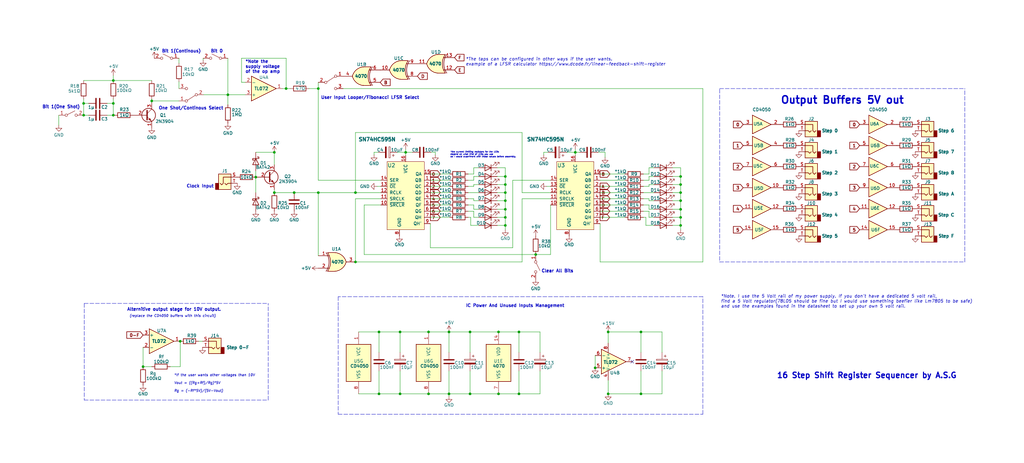
<source format=kicad_sch>
(kicad_sch (version 20211123) (generator eeschema)
  (paper "User" 419.989 189.992)
  (title_block (title "16 Step Shift Register Sequencer") (date "2023-05-18") (company "A.S.G"))
  (junction (at 58.674 150.368))
  (junction (at 130.556 36.322))
  (junction (at 155.448 136.144))
  (junction (at 207.264 78.994))
  (junction (at 249.428 161.544))
  (junction (at 46.482 33.02))
  (junction (at 62.23 41.402))
  (junction (at 112.522 62.484))
  (junction (at 175.768 161.544))
  (junction (at 130.556 78.994))
  (junction (at 279.146 92.456))
  (junction (at 279.146 82.296))
  (junction (at 155.448 161.544))
  (junction (at 207.264 75.692))
  (junction (at 279.146 75.692))
  (junction (at 207.264 72.39))
  (junction (at 262.89 161.544))
  (junction (at 279.146 72.39))
  (junction (at 34.29 42.418))
  (junction (at 34.29 47.244))
  (junction (at 164.084 161.544))
  (junction (at 112.522 78.994))
  (junction (at 207.264 82.296))
  (junction (at 249.428 136.144))
  (junction (at 192.786 136.144))
  (junction (at 279.146 89.154))
  (junction (at 204.47 161.544))
  (junction (at 262.89 136.144))
  (junction (at 46.482 42.418))
  (junction (at 244.094 150.876))
  (junction (at 104.902 72.644))
  (junction (at 164.084 136.144))
  (junction (at 166.37 62.484))
  (junction (at 120.65 78.994))
  (junction (at 46.482 47.244))
  (junction (at 279.146 78.994))
  (junction (at 175.768 136.144))
  (junction (at 207.264 89.154))
  (junction (at 219.71 104.394))
  (junction (at 235.966 62.484))
  (junction (at 145.796 78.994))
  (junction (at 184.15 136.144))
  (junction (at 207.264 85.852))
  (junction (at 212.852 161.544))
  (junction (at 145.796 107.442))
  (junction (at 117.348 36.322))
  (junction (at 73.914 139.954))
  (junction (at 204.47 136.144))
  (junction (at 207.264 92.456))
  (junction (at 192.786 161.544))
  (junction (at 184.15 161.544))
  (junction (at 279.146 85.852))
  (junction (at 93.472 38.862))
  (junction (at 212.852 136.144))
  (no_connect (at 259.334 148.336))
  (wire (pts (xy 104.902 72.644) (xy 104.902 78.994)))
  (wire (pts (xy 279.146 68.834) (xy 279.146 72.39)))
  (wire (pts (xy 112.522 78.994) (xy 112.522 77.724)))
  (wire (pts (xy 246.126 86.614) (xy 256.286 86.614)))
  (wire (pts (xy 166.37 62.484) (xy 166.37 63.754)))
  (polyline (pts (xy 34.544 124.46) (xy 109.982 124.46)))
  (wire (pts (xy 130.556 36.322) (xy 130.556 73.914)))
  (wire (pts (xy 184.15 136.144) (xy 184.15 144.526)))
  (wire (pts (xy 212.852 136.144) (xy 221.488 136.144)))
  (wire (pts (xy 266.192 81.534) (xy 266.192 82.296)))
  (wire (pts (xy 130.556 73.914) (xy 156.21 73.914)))
  (wire (pts (xy 140.716 36.322) (xy 288.29 36.322)))
  (wire (pts (xy 194.31 73.914) (xy 192.024 73.914)))
  (wire (pts (xy 192.786 136.144) (xy 204.47 136.144)))
  (wire (pts (xy 156.21 76.454) (xy 154.686 76.454)))
  (wire (pts (xy 279.146 92.456) (xy 275.844 92.456)))
  (wire (pts (xy 262.89 136.144) (xy 262.89 144.526)))
  (wire (pts (xy 214.122 78.994) (xy 214.122 54.356)))
  (wire (pts (xy 275.844 68.834) (xy 279.146 68.834)))
  (polyline (pts (xy 138.684 121.666) (xy 138.684 125.222)))
  (wire (pts (xy 184.15 152.146) (xy 184.15 161.544)))
  (wire (pts (xy 275.844 78.994) (xy 279.146 78.994)))
  (wire (pts (xy 58.674 150.368) (xy 58.674 142.494)))
  (wire (pts (xy 34.29 47.244) (xy 36.322 47.244)))
  (wire (pts (xy 175.768 161.544) (xy 184.15 161.544)))
  (wire (pts (xy 207.264 72.39) (xy 207.264 75.692)))
  (wire (pts (xy 194.31 68.834) (xy 196.342 68.834)))
  (wire (pts (xy 212.852 152.146) (xy 212.852 161.544)))
  (wire (pts (xy 155.448 152.146) (xy 155.448 161.544)))
  (wire (pts (xy 266.192 89.154) (xy 268.224 89.154)))
  (wire (pts (xy 192.024 86.614) (xy 194.31 86.614)))
  (polyline (pts (xy 295.148 36.322) (xy 395.732 36.322)))
  (wire (pts (xy 192.024 84.074) (xy 194.31 84.074)))
  (wire (pts (xy 194.31 84.074) (xy 194.31 85.852)))
  (wire (pts (xy 62.23 40.64) (xy 62.23 41.402)))
  (wire (pts (xy 176.53 86.614) (xy 184.404 86.614)))
  (wire (pts (xy 99.06 23.876) (xy 99.06 33.782)))
  (wire (pts (xy 176.53 101.6) (xy 210.312 101.6)))
  (wire (pts (xy 176.53 76.454) (xy 184.404 76.454)))
  (wire (pts (xy 164.084 161.544) (xy 164.084 152.146)))
  (polyline (pts (xy 395.732 107.442) (xy 395.732 36.322)))
  (polyline (pts (xy 34.544 124.46) (xy 34.544 164.084)))
  (wire (pts (xy 149.352 84.074) (xy 156.21 84.074)))
  (wire (pts (xy 221.488 144.526) (xy 221.488 136.144)))
  (wire (pts (xy 235.966 61.214) (xy 235.966 62.484)))
  (wire (pts (xy 203.962 78.994) (xy 207.264 78.994)))
  (wire (pts (xy 219.71 104.394) (xy 225.806 104.394)))
  (wire (pts (xy 178.562 62.484) (xy 176.784 62.484)))
  (wire (pts (xy 46.482 42.418) (xy 46.482 47.244)))
  (wire (pts (xy 212.852 136.144) (xy 212.852 144.526)))
  (wire (pts (xy 130.556 78.994) (xy 145.796 78.994)))
  (wire (pts (xy 24.13 47.244) (xy 24.13 51.308)))
  (wire (pts (xy 130.556 33.782) (xy 130.556 36.322)))
  (wire (pts (xy 266.192 86.614) (xy 266.192 89.154)))
  (wire (pts (xy 271.526 144.526) (xy 271.526 136.144)))
  (wire (pts (xy 184.15 161.544) (xy 184.15 162.56)))
  (polyline (pts (xy 288.29 169.926) (xy 288.29 121.666)))
  (wire (pts (xy 126.746 36.322) (xy 130.556 36.322)))
  (wire (pts (xy 204.47 161.544) (xy 212.852 161.544)))
  (wire (pts (xy 184.15 136.144) (xy 192.786 136.144)))
  (wire (pts (xy 194.31 82.296) (xy 196.342 82.296)))
  (wire (pts (xy 194.31 81.534) (xy 194.31 82.296)))
  (wire (pts (xy 147.066 161.544) (xy 155.448 161.544)))
  (wire (pts (xy 263.906 84.074) (xy 266.192 84.074)))
  (wire (pts (xy 203.962 68.834) (xy 207.264 68.834)))
  (wire (pts (xy 43.942 42.418) (xy 46.482 42.418)))
  (wire (pts (xy 194.31 72.39) (xy 194.31 73.914)))
  (wire (pts (xy 249.428 140.716) (xy 249.428 136.144)))
  (wire (pts (xy 266.192 71.374) (xy 266.192 68.834)))
  (wire (pts (xy 207.264 92.456) (xy 207.264 94.234)))
  (wire (pts (xy 46.482 33.02) (xy 62.23 33.02)))
  (wire (pts (xy 288.29 36.322) (xy 288.29 107.442)))
  (wire (pts (xy 268.224 72.39) (xy 266.192 72.39)))
  (wire (pts (xy 155.448 136.144) (xy 164.084 136.144)))
  (wire (pts (xy 246.126 107.442) (xy 246.126 91.694)))
  (wire (pts (xy 100.584 33.782) (xy 99.06 33.782)))
  (wire (pts (xy 192.024 71.374) (xy 194.31 71.374)))
  (wire (pts (xy 279.146 89.154) (xy 279.146 92.456)))
  (wire (pts (xy 120.65 78.994) (xy 130.556 78.994)))
  (wire (pts (xy 279.146 78.994) (xy 279.146 82.296)))
  (wire (pts (xy 244.094 145.796) (xy 244.094 150.876)))
  (wire (pts (xy 149.352 104.394) (xy 219.71 104.394)))
  (wire (pts (xy 192.024 81.534) (xy 194.31 81.534)))
  (polyline (pts (xy 109.982 164.084) (xy 109.982 124.46)))
  (wire (pts (xy 246.126 107.442) (xy 288.29 107.442)))
  (wire (pts (xy 246.126 81.534) (xy 256.286 81.534)))
  (wire (pts (xy 164.084 161.544) (xy 175.768 161.544)))
  (wire (pts (xy 207.264 68.834) (xy 207.264 72.39)))
  (wire (pts (xy 249.428 161.544) (xy 262.89 161.544)))
  (wire (pts (xy 93.472 23.876) (xy 93.472 38.862)))
  (wire (pts (xy 266.192 72.39) (xy 266.192 73.914)))
  (wire (pts (xy 194.31 85.852) (xy 196.342 85.852)))
  (wire (pts (xy 266.192 76.454) (xy 263.906 76.454)))
  (wire (pts (xy 203.962 82.296) (xy 207.264 82.296)))
  (wire (pts (xy 235.966 62.484) (xy 235.966 63.754)))
  (wire (pts (xy 266.192 73.914) (xy 263.906 73.914)))
  (wire (pts (xy 175.768 136.144) (xy 184.15 136.144)))
  (wire (pts (xy 169.164 62.484) (xy 166.37 62.484)))
  (polyline (pts (xy 34.544 164.084) (xy 109.982 164.084)))
  (wire (pts (xy 248.158 64.516) (xy 248.158 62.484)))
  (wire (pts (xy 207.264 85.852) (xy 207.264 89.154)))
  (wire (pts (xy 112.522 62.484) (xy 112.522 67.564)))
  (wire (pts (xy 203.962 75.692) (xy 207.264 75.692)))
  (wire (pts (xy 266.192 84.074) (xy 266.192 85.852)))
  (wire (pts (xy 178.562 63.5) (xy 178.562 62.484)))
  (wire (pts (xy 147.066 136.144) (xy 155.448 136.144)))
  (wire (pts (xy 36.322 42.418) (xy 34.29 42.418)))
  (wire (pts (xy 194.31 75.692) (xy 194.31 76.454)))
  (wire (pts (xy 246.126 73.914) (xy 256.286 73.914)))
  (wire (pts (xy 275.844 72.39) (xy 279.146 72.39)))
  (wire (pts (xy 264.922 89.154) (xy 264.922 92.456)))
  (wire (pts (xy 73.406 33.528) (xy 73.406 36.322)))
  (wire (pts (xy 162.814 62.484) (xy 166.37 62.484)))
  (wire (pts (xy 194.31 86.614) (xy 194.31 89.154)))
  (wire (pts (xy 266.192 82.296) (xy 268.224 82.296)))
  (wire (pts (xy 262.89 136.144) (xy 271.526 136.144)))
  (wire (pts (xy 246.126 78.994) (xy 256.286 78.994)))
  (wire (pts (xy 223.012 63.5) (xy 223.012 62.484)))
  (wire (pts (xy 155.448 136.144) (xy 155.448 144.526)))
  (wire (pts (xy 207.264 75.692) (xy 207.264 78.994)))
  (wire (pts (xy 268.224 75.692) (xy 266.192 75.692)))
  (wire (pts (xy 275.844 89.154) (xy 279.146 89.154)))
  (wire (pts (xy 279.146 82.296) (xy 279.146 85.852)))
  (wire (pts (xy 46.482 30.988) (xy 46.482 33.02)))
  (wire (pts (xy 193.04 92.456) (xy 196.342 92.456)))
  (wire (pts (xy 83.566 38.862) (xy 93.472 38.862)))
  (wire (pts (xy 192.024 89.154) (xy 193.04 89.154)))
  (wire (pts (xy 204.47 136.144) (xy 212.852 136.144)))
  (wire (pts (xy 203.962 85.852) (xy 207.264 85.852)))
  (wire (pts (xy 145.796 81.534) (xy 145.796 107.442)))
  (wire (pts (xy 192.786 161.544) (xy 204.47 161.544)))
  (wire (pts (xy 196.342 75.692) (xy 194.31 75.692)))
  (wire (pts (xy 225.806 104.394) (xy 225.806 84.074)))
  (wire (pts (xy 166.37 61.214) (xy 166.37 62.484)))
  (wire (pts (xy 81.534 139.954) (xy 83.058 139.954)))
  (wire (pts (xy 207.264 82.296) (xy 207.264 85.852)))
  (wire (pts (xy 176.53 71.374) (xy 184.404 71.374)))
  (wire (pts (xy 43.942 47.244) (xy 46.482 47.244)))
  (wire (pts (xy 192.024 78.994) (xy 196.342 78.994)))
  (wire (pts (xy 279.146 75.692) (xy 279.146 78.994)))
  (wire (pts (xy 176.53 89.154) (xy 184.404 89.154)))
  (wire (pts (xy 34.29 42.418) (xy 34.29 47.244)))
  (wire (pts (xy 210.312 73.914) (xy 225.806 73.914)))
  (wire (pts (xy 262.89 161.544) (xy 271.526 161.544)))
  (wire (pts (xy 153.416 62.484) (xy 155.194 62.484)))
  (wire (pts (xy 263.906 71.374) (xy 266.192 71.374)))
  (wire (pts (xy 246.126 84.074) (xy 256.286 84.074)))
  (wire (pts (xy 104.902 70.104) (xy 104.902 72.644)))
  (wire (pts (xy 194.31 89.154) (xy 196.342 89.154)))
  (wire (pts (xy 176.53 78.994) (xy 184.404 78.994)))
  (wire (pts (xy 69.85 150.368) (xy 73.914 150.368)))
  (wire (pts (xy 46.482 33.02) (xy 34.29 33.02)))
  (wire (pts (xy 225.806 78.994) (xy 214.122 78.994)))
  (wire (pts (xy 192.786 161.544) (xy 192.786 152.146)))
  (wire (pts (xy 266.192 75.692) (xy 266.192 76.454)))
  (wire (pts (xy 263.906 89.154) (xy 264.922 89.154)))
  (polyline (pts (xy 288.29 121.666) (xy 138.684 121.666)))
  (wire (pts (xy 104.902 62.484) (xy 112.522 62.484)))
  (wire (pts (xy 145.796 78.994) (xy 156.21 78.994)))
  (wire (pts (xy 145.796 107.442) (xy 214.122 107.442)))
  (wire (pts (xy 232.41 62.484) (xy 235.966 62.484)))
  (wire (pts (xy 279.146 72.39) (xy 279.146 75.692)))
  (wire (pts (xy 192.786 144.526) (xy 192.786 136.144)))
  (wire (pts (xy 263.906 86.614) (xy 266.192 86.614)))
  (wire (pts (xy 99.06 23.876) (xy 117.348 23.876)))
  (wire (pts (xy 207.264 78.994) (xy 207.264 82.296)))
  (wire (pts (xy 73.914 150.368) (xy 73.914 139.954)))
  (wire (pts (xy 176.53 73.914) (xy 184.404 73.914)))
  (wire (pts (xy 145.796 54.356) (xy 214.122 54.356)))
  (polyline (pts (xy 295.148 107.442) (xy 395.732 107.442)))
  (wire (pts (xy 207.264 92.456) (xy 203.962 92.456)))
  (wire (pts (xy 237.744 62.484) (xy 235.966 62.484)))
  (wire (pts (xy 279.146 85.852) (xy 279.146 89.154)))
  (wire (pts (xy 193.04 89.154) (xy 193.04 92.456)))
  (wire (pts (xy 196.342 72.39) (xy 194.31 72.39)))
  (polyline (pts (xy 295.148 36.576) (xy 295.148 107.442)))
  (wire (pts (xy 155.448 161.544) (xy 164.084 161.544)))
  (wire (pts (xy 203.962 89.154) (xy 207.264 89.154)))
  (wire (pts (xy 62.23 41.402) (xy 73.406 41.402)))
  (wire (pts (xy 214.122 107.442) (xy 214.122 81.534)))
  (wire (pts (xy 248.158 62.484) (xy 245.364 62.484)))
  (wire (pts (xy 46.482 47.244) (xy 46.99 47.244)))
  (wire (pts (xy 115.824 36.322) (xy 117.348 36.322)))
  (wire (pts (xy 117.348 36.322) (xy 119.126 36.322)))
  (wire (pts (xy 212.852 161.544) (xy 221.488 161.544)))
  (wire (pts (xy 214.122 81.534) (xy 225.806 81.534)))
  (wire (pts (xy 246.126 89.154) (xy 256.286 89.154)))
  (wire (pts (xy 184.15 161.544) (xy 192.786 161.544)))
  (polyline (pts (xy 138.684 125.476) (xy 138.684 169.926)))
  (wire (pts (xy 176.53 84.074) (xy 184.404 84.074)))
  (wire (pts (xy 176.53 101.6) (xy 176.53 91.694)))
  (wire (pts (xy 271.526 161.544) (xy 271.526 152.146)))
  (wire (pts (xy 223.012 62.484) (xy 224.79 62.484)))
  (wire (pts (xy 246.126 76.454) (xy 256.286 76.454)))
  (wire (pts (xy 263.906 81.534) (xy 266.192 81.534)))
  (wire (pts (xy 275.844 85.852) (xy 279.146 85.852)))
  (wire (pts (xy 221.488 161.544) (xy 221.488 152.146)))
  (wire (pts (xy 262.89 152.146) (xy 262.89 161.544)))
  (wire (pts (xy 176.53 81.534) (xy 184.404 81.534)))
  (wire (pts (xy 112.522 78.994) (xy 120.65 78.994)))
  (wire (pts (xy 149.352 84.074) (xy 149.352 104.394)))
  (wire (pts (xy 93.472 38.862) (xy 100.584 38.862)))
  (wire (pts (xy 175.768 135.636) (xy 175.768 136.144)))
  (wire (pts (xy 153.416 63.5) (xy 153.416 62.484)))
  (wire (pts (xy 46.482 40.64) (xy 46.482 42.418)))
  (wire (pts (xy 225.806 76.454) (xy 224.282 76.454)))
  (wire (pts (xy 246.126 71.374) (xy 256.286 71.374)))
  (wire (pts (xy 73.406 23.876) (xy 73.406 25.908)))
  (wire (pts (xy 263.906 78.994) (xy 268.224 78.994)))
  (wire (pts (xy 249.428 155.956) (xy 249.428 161.544)))
  (wire (pts (xy 264.922 92.456) (xy 268.224 92.456)))
  (wire (pts (xy 62.23 41.402) (xy 62.23 42.164)))
  (polyline (pts (xy 138.684 169.926) (xy 288.29 169.926)))
  (wire (pts (xy 145.796 54.356) (xy 145.796 78.994)))
  (wire (pts (xy 164.084 144.526) (xy 164.084 136.144)))
  (wire (pts (xy 266.192 85.852) (xy 268.224 85.852)))
  (wire (pts (xy 266.192 68.834) (xy 268.224 68.834)))
  (wire (pts (xy 279.146 92.456) (xy 279.146 94.234)))
  (wire (pts (xy 207.264 89.154) (xy 207.264 92.456)))
  (wire (pts (xy 156.21 81.534) (xy 145.796 81.534)))
  (wire (pts (xy 93.472 38.862) (xy 93.472 42.926)))
  (wire (pts (xy 83.312 23.876) (xy 83.312 24.638)))
  (wire (pts (xy 249.428 136.144) (xy 262.89 136.144)))
  (wire (pts (xy 210.312 101.6) (xy 210.312 73.914)))
  (wire (pts (xy 34.29 40.64) (xy 34.29 42.418)))
  (wire (pts (xy 275.844 75.692) (xy 279.146 75.692)))
  (wire (pts (xy 62.23 150.368) (xy 58.674 150.368)))
  (wire (pts (xy 164.084 136.144) (xy 175.768 136.144)))
  (wire (pts (xy 203.962 72.39) (xy 207.264 72.39)))
  (wire (pts (xy 130.556 78.994) (xy 130.556 104.902)))
  (wire (pts (xy 117.348 23.876) (xy 117.348 36.322)))
  (wire (pts (xy 194.31 76.454) (xy 192.024 76.454)))
  (wire (pts (xy 275.844 82.296) (xy 279.146 82.296)))
  (wire (pts (xy 194.31 71.374) (xy 194.31 68.834)))
  (text "Bit 0" (at 86.36 21.844 0) (effects (font (size 1.27 1.27) (thickness 0.254) bold) (justify left bottom)))
  (text "(replace the CD4050 buffers with this circuit)\n" (at 53.086 130.302 0) (effects (font (size 1 1) italic) (justify left bottom)))
  (text "16 Step Shift Register Sequencer by A.S.G" (at 318.516 155.448 0) (effects (font (size 2.2606 2.2606) (thickness 0.4521) bold) (justify left bottom)))
  (text "Clear All Bits" (at 221.996 112.014 0) (effects (font (size 1.27 1.27) (thickness 0.254) bold) (justify left bottom)))
  (text "*The taps can be configured in other ways if the user wants.\nexample of a LFSR calculator https://www.dcode.fr/linear-feedback-shift-register" (at 191.008 27.178 0) (effects (font (size 1.27 1.27) italic) (justify left bottom)))
  (text "Alternitive output stage for 10V output." (at 52.07 127.762 0) (effects (font (size 1.27 1.27) (thickness 0.254) bold) (justify left bottom)))
  (text "IC Power And Unused Inputs Management" (at 191.008 126.238 0) (effects (font (size 1.27 1.27) (thickness 0.254) bold) (justify left bottom)))
  (text "Clock Input" (at 76.454 77.216 0) (effects (font (size 1.27 1.27) bold) (justify left bottom)))
  (text "User Input Looper/Fibonacci LFSR Select" (at 131.572 40.894 0) (effects (font (size 1.27 1.27) (thickness 0.254) bold) (justify left bottom)))
  (text "Output Buffers 5V out" (at 320.04 42.926 0) (effects (font (size 3 3) bold) (justify left bottom)))
  (text "*the current limiting resistors for the LEDs \ndepend on what kind of LEDs you use \nso I would experiment with those values before assembly." (at 184.658 64.77 0) (effects (font (size 0.6 0.6) italic) (justify left bottom)))
  (text "One Shot/Continous Select" (at 65.024 45.212 0) (effects (font (size 1.27 1.27) (thickness 0.254) bold) (justify left bottom)))
  (text "Bit 1(One Shot)" (at 17.272 44.704 0) (effects (font (size 1.27 1.27) (thickness 0.254) bold) (justify left bottom)))
  (text "Bit 1(Continous)" (at 66.294 21.844 0) (effects (font (size 1.27 1.27) (thickness 0.254) bold) (justify left bottom)))
  (text "*If the user wants other voltages than 10V\n\nVout = ((Rg+Rf)/Rg)*5V\n\nRg = (-Rf*5V)/(5V-Vout)" (at 71.374 161.036 0) (effects (font (size 1 1) italic) (justify left bottom)))
  (text "*Note the \nsupply voltage \nof the op amp" (at 100.584 30.226 0) (effects (font (size 1.27 1.27) bold) (justify left bottom)))
  (text "*Note. I use the 5 Volt rail of my power supply. If you don't have a dedicated 5 volt rail, \nfind a 5 Volt regulator(78L05 should be fine but I would use something beefier like Lm7805 to be safe)\nand use the examples found in the datasheet to set up your own 5 volt rail." (at 295.656 126.492 0) (effects (font (size 1.27 1.27) italic) (justify left bottom)))
  (global_label "2" (shape output) (at 176.5587 76.454 0) (effects (font (thickness 0.254) bold)) (property "Intersheet References" "${INTERSHEET_REFS}" (effects hide)))
  (global_label "8" (shape output) (at 246.126 71.374 0) (effects (font (thickness 0.254) bold)) (property "Intersheet References" "${INTERSHEET_REFS}" (effects hide)))
  (global_label "2" (shape input) (at 352.552 68.326 180) (effects (font (thickness 0.254) bold)) (property "Intersheet References" "${INTERSHEET_REFS}" (effects hide)))
  (global_label "0" (shape output) (at 176.53 71.374 0) (effects (font (thickness 0.254) bold)) (property "Intersheet References" "${INTERSHEET_REFS}" (effects hide)))
  (global_label "1" (shape output) (at 176.5587 73.914 0) (effects (font (thickness 0.254) bold)) (property "Intersheet References" "${INTERSHEET_REFS}" (effects hide)))
  (global_label "D" (shape output) (at 246.126 84.074 0) (effects (font (thickness 0.254) bold)) (property "Intersheet References" "${INTERSHEET_REFS}" (effects hide)))
  (global_label "4" (shape input) (at 304.8 85.598 180) (effects (font (thickness 0.254) bold)) (property "Intersheet References" "${INTERSHEET_REFS}" (effects hide)))
  (global_label "0" (shape input) (at 304.8 51.054 180) (effects (font (thickness 0.254) bold)) (property "Intersheet References" "${INTERSHEET_REFS}" (effects hide)))
  (global_label "4" (shape input) (at 352.552 85.598 180) (effects (font (thickness 0.254) bold)) (property "Intersheet References" "${INTERSHEET_REFS}" (effects hide)))
  (global_label "B" (shape output) (at 246.126 78.994 0) (effects (font (thickness 0.254) bold)) (property "Intersheet References" "${INTERSHEET_REFS}" (effects hide)))
  (global_label "7" (shape output) (at 176.53 89.154 0) (effects (font (thickness 0.254) bold)) (property "Intersheet References" "${INTERSHEET_REFS}" (effects hide)))
  (global_label "E" (shape input) (at 186.436 28.702 0) (effects (font (thickness 0.254) bold)) (property "Intersheet References" "${INTERSHEET_REFS}" (effects hide)))
  (global_label "2" (shape input) (at 304.8 68.326 180) (effects (font (thickness 0.254) bold)) (property "Intersheet References" "${INTERSHEET_REFS}" (effects hide)))
  (global_label "3" (shape input) (at 352.552 76.962 180) (effects (font (thickness 0.254) bold)) (property "Intersheet References" "${INTERSHEET_REFS}" (effects hide)))
  (global_label "D" (shape input) (at 171.196 31.242 0) (effects (font (thickness 0.254) bold)) (property "Intersheet References" "${INTERSHEET_REFS}" (effects hide)))
  (global_label "0" (shape input) (at 352.552 51.054 180) (effects (font (thickness 0.254) bold)) (property "Intersheet References" "${INTERSHEET_REFS}" (effects hide)))
  (global_label "1" (shape input) (at 352.552 59.69 180) (effects (font (thickness 0.254) bold)) (property "Intersheet References" "${INTERSHEET_REFS}" (effects hide)))
  (global_label "5" (shape input) (at 352.552 94.234 180) (effects (font (thickness 0.254) bold)) (property "Intersheet References" "${INTERSHEET_REFS}" (effects hide)))
  (global_label "F" (shape output) (at 246.126 89.154 0) (effects (font (thickness 0.254) bold)) (property "Intersheet References" "${INTERSHEET_REFS}" (effects hide)))
  (global_label "C" (shape output) (at 246.126 81.534 0) (effects (font (thickness 0.254) bold)) (property "Intersheet References" "${INTERSHEET_REFS}" (effects hide)))
  (global_label "F" (shape input) (at 186.436 23.622 0) (effects (font (thickness 0.254) bold)) (property "Intersheet References" "${INTERSHEET_REFS}" (effects hide)))
  (global_label "1" (shape input) (at 304.8 59.69 180) (effects (font (thickness 0.254) bold)) (property "Intersheet References" "${INTERSHEET_REFS}" (effects hide)))
  (global_label "5" (shape input) (at 304.8 94.234 180) (effects (font (thickness 0.254) bold)) (property "Intersheet References" "${INTERSHEET_REFS}" (effects hide)))
  (global_label "E" (shape output) (at 246.126 86.614 0) (effects (font (thickness 0.254) bold)) (property "Intersheet References" "${INTERSHEET_REFS}" (effects hide)))
  (global_label "0-F" (shape input) (at 58.674 137.414 180) (effects (font (thickness 0.254) bold)) (property "Intersheet References" "${INTERSHEET_REFS}" (effects hide)))
  (global_label "5" (shape output) (at 176.5587 84.074 0) (effects (font (thickness 0.254) bold)) (property "Intersheet References" "${INTERSHEET_REFS}" (effects hide)))
  (global_label "4" (shape output) (at 176.5587 81.534 0) (effects (font (thickness 0.254) bold)) (property "Intersheet References" "${INTERSHEET_REFS}" (effects hide)))
  (global_label "A" (shape output) (at 246.126 76.454 0) (effects (font (thickness 0.254) bold)) (property "Intersheet References" "${INTERSHEET_REFS}" (effects hide)))
  (global_label "6" (shape output) (at 176.5587 86.614 0) (effects (font (thickness 0.254) bold)) (property "Intersheet References" "${INTERSHEET_REFS}" (effects hide)))
  (global_label "3" (shape input) (at 304.8 76.962 180) (effects (font (thickness 0.254) bold)) (property "Intersheet References" "${INTERSHEET_REFS}" (effects hide)))
  (global_label "B" (shape input) (at 155.956 33.782 0) (effects (font (thickness 0.254) bold)) (property "Intersheet References" "${INTERSHEET_REFS}" (effects hide)))
  (global_label "3" (shape output) (at 176.5587 78.994 0) (effects (font (thickness 0.254) bold)) (property "Intersheet References" "${INTERSHEET_REFS}" (effects hide)))
  (symbol (lib_id "Eurorack---ShiftRegister-rescue:SN74HC595N-dk_Logic-Shift-Registers") (at 171.45 81.534 0) (unit 1)
    (property "Reference" "U2" (at 160.528 67.818 0) (effects (font (size 1.524 1.524))))
    (property "Value" "SN74HC595N" (at 154.686 57.15 0) (effects (font (size 1.524 1.524) bold)))
    (property "Footprint" "Package_DIP:DIP-16_W7.62mm_Socket" (effects hide))
    (property "Datasheet" "http://www.ti.com/general/docs/suppproductinfo.tsp?distId=10&gotoUrl=http%3A%2F%2Fwww.ti.com%2Flit%2Fgpn%2Fsn74hc595" (effects hide))
    (property "Digi-Key_PN" "296-1600-5-ND" (effects hide))
    (property "MPN" "SN74HC595N" (effects hide))
    (property "Category" "Integrated Circuits (ICs)" (effects hide))
    (property "Family" "Logic - Shift Registers" (effects hide))
    (property "DK_Datasheet_Link" "http://www.ti.com/general/docs/suppproductinfo.tsp?distId=10&gotoUrl=http%3A%2F%2Fwww.ti.com%2Flit%2Fgpn%2Fsn74hc595" (effects hide))
    (property "DK_Detail_Page" "/product-detail/en/texas-instruments/SN74HC595N/296-1600-5-ND/277246" (effects hide))
    (property "Description" "IC 8-BIT SHIFT REGISTER 16-DIP" (effects hide))
    (property "Manufacturer" "Texas Instruments" (effects hide))
    (property "Status" "Active" (effects hide))
  )
  (symbol (lib_id "Device:R") (at 188.214 71.374 270) (unit 1)
    (property "Reference" "R1" (at 188.214 71.374 90))
    (property "Value" "*1kΩ" (at 182.626 70.358 90))
    (property "Footprint" "Resistor_THT:R_Axial_DIN0207_L6.3mm_D2.5mm_P7.62mm_Horizontal" (effects hide))
  )
  (symbol (lib_id "Device:LED") (at 200.152 78.994 180) (unit 1)
    (property "Reference" "D6" (at 197.358 77.978 0))
    (property "Value" "LED" (effects hide))
    (property "Footprint" "LED_THT:LED_D3.0mm" (effects hide))
  )
  (symbol (lib_id "Device:R") (at 188.214 73.914 270) (unit 1)
    (property "Reference" "R2" (at 188.214 73.914 90))
    (property "Value" "*1kΩ" (at 182.626 72.898 90))
    (property "Footprint" "Resistor_THT:R_Axial_DIN0207_L6.3mm_D2.5mm_P7.62mm_Horizontal" (effects hide))
  )
  (symbol (lib_id "Device:R") (at 188.214 76.454 270) (unit 1)
    (property "Reference" "R3" (at 188.214 76.454 90))
    (property "Value" "*1kΩ" (at 182.626 75.438 90))
    (property "Footprint" "Resistor_THT:R_Axial_DIN0207_L6.3mm_D2.5mm_P7.62mm_Horizontal" (effects hide))
  )
  (symbol (lib_id "Device:R") (at 188.214 78.994 270) (unit 1)
    (property "Reference" "R4" (at 188.214 78.994 90))
    (property "Value" "*1kΩ" (at 182.626 77.978 90))
    (property "Footprint" "Resistor_THT:R_Axial_DIN0207_L6.3mm_D2.5mm_P7.62mm_Horizontal" (effects hide))
  )
  (symbol (lib_id "Device:R") (at 188.214 81.534 270) (unit 1)
    (property "Reference" "R5" (at 188.214 81.534 90))
    (property "Value" "*1kΩ" (at 182.626 80.518 90))
    (property "Footprint" "Resistor_THT:R_Axial_DIN0207_L6.3mm_D2.5mm_P7.62mm_Horizontal" (effects hide))
  )
  (symbol (lib_id "Device:R") (at 188.214 84.074 270) (unit 1)
    (property "Reference" "R6" (at 188.214 84.074 90))
    (property "Value" "*1kΩ" (at 182.626 83.058 90))
    (property "Footprint" "Resistor_THT:R_Axial_DIN0207_L6.3mm_D2.5mm_P7.62mm_Horizontal" (effects hide))
  )
  (symbol (lib_id "Device:R") (at 188.214 86.614 270) (unit 1)
    (property "Reference" "R7" (at 188.214 86.614 90))
    (property "Value" "*1kΩ" (at 182.626 85.598 90))
    (property "Footprint" "Resistor_THT:R_Axial_DIN0207_L6.3mm_D2.5mm_P7.62mm_Horizontal" (effects hide))
  )
  (symbol (lib_id "Device:R") (at 188.214 89.154 270) (unit 1)
    (property "Reference" "R8" (at 188.214 89.154 90))
    (property "Value" "*1kΩ" (at 182.626 88.138 90))
    (property "Footprint" "Resistor_THT:R_Axial_DIN0207_L6.3mm_D2.5mm_P7.62mm_Horizontal" (effects hide))
  )
  (symbol (lib_id "Device:LED") (at 200.152 75.692 180) (unit 1)
    (property "Reference" "D5" (at 197.358 74.676 0))
    (property "Value" "LED" (effects hide))
    (property "Footprint" "LED_THT:LED_D3.0mm" (effects hide))
  )
  (symbol (lib_id "Device:LED") (at 200.152 72.39 180) (unit 1)
    (property "Reference" "D4" (at 197.358 71.374 0))
    (property "Value" "LED" (effects hide))
    (property "Footprint" "LED_THT:LED_D3.0mm" (effects hide))
  )
  (symbol (lib_id "Device:LED") (at 200.152 68.834 180) (unit 1)
    (property "Reference" "D3" (at 197.358 67.818 0))
    (property "Value" "LED" (effects hide))
    (property "Footprint" "LED_THT:LED_D3.0mm" (effects hide))
  )
  (symbol (lib_id "Device:LED") (at 200.152 92.456 180) (unit 1)
    (property "Reference" "D10" (at 197.358 91.44 0))
    (property "Value" "LED" (effects hide))
    (property "Footprint" "LED_THT:LED_D3.0mm" (effects hide))
  )
  (symbol (lib_id "Device:LED") (at 200.152 89.154 180) (unit 1)
    (property "Reference" "D9" (at 197.358 88.138 0))
    (property "Value" "LED" (effects hide))
    (property "Footprint" "LED_THT:LED_D3.0mm" (effects hide))
  )
  (symbol (lib_id "Device:LED") (at 200.152 85.852 180) (unit 1)
    (property "Reference" "D8" (at 197.358 84.836 0))
    (property "Value" "LED" (effects hide))
    (property "Footprint" "LED_THT:LED_D3.0mm" (effects hide))
  )
  (symbol (lib_id "Device:LED") (at 200.152 82.296 180) (unit 1)
    (property "Reference" "D7" (at 197.358 81.28 0))
    (property "Value" "LED" (effects hide))
    (property "Footprint" "LED_THT:LED_D3.0mm" (effects hide))
  )
  (symbol (lib_id "Switch:SW_SPST") (at 29.21 47.244 0) (unit 1)
    (property "Reference" "Bit1" (effects hide))
    (property "Value" "SW_SPST" (effects hide))
    (property "Footprint" "Button_Switch_THT:SW_PUSH_6mm_H5mm" (effects hide))
  )
  (symbol (lib_id "Switch:SW_SPST") (at 88.392 23.876 0) (mirror y) (unit 1)
    (property "Reference" "Bit0" (effects hide))
    (property "Value" "SW_SPST" (effects hide))
    (property "Footprint" "Button_Switch_THT:SW_PUSH_6mm_H5mm" (effects hide))
  )
  (symbol (lib_id "power:GND") (at 83.312 24.638 0) (unit 1)
    (property "Reference" "#PWR03" (effects hide))
    (property "Value" "GND" (at 83.312 28.448 0))
  )
  (symbol (lib_id "power:+5V") (at 46.482 30.988 0) (unit 1)
    (property "Reference" "#PWR02" (effects hide))
    (property "Value" "+5V" (at 46.482 27.178 0))
  )
  (symbol (lib_id "power:GND") (at 154.686 76.454 270) (unit 1)
    (property "Reference" "#PWR09" (effects hide))
    (property "Value" "GND" (at 149.606 76.454 90))
  )
  (symbol (lib_id "power:GND") (at 163.83 96.774 0) (unit 1)
    (property "Reference" "#PWR011" (effects hide))
    (property "Value" "GND" (at 163.83 100.33 0))
  )
  (symbol (lib_id "power:+5V") (at 166.37 61.214 0) (unit 1)
    (property "Reference" "#PWR012" (effects hide))
    (property "Value" "+5V" (at 166.37 57.404 0))
  )
  (symbol (lib_id "Eurorack---ShiftRegister-rescue:SN74HC595N-dk_Logic-Shift-Registers") (at 241.046 81.534 0) (unit 1)
    (property "Reference" "U3" (at 230.124 67.818 0) (effects (font (size 1.524 1.524))))
    (property "Value" "SN74HC595N" (at 223.774 57.15 0) (effects (font (size 1.524 1.524) bold)))
    (property "Footprint" "Package_DIP:DIP-16_W7.62mm_Socket" (effects hide))
    (property "Datasheet" "http://www.ti.com/general/docs/suppproductinfo.tsp?distId=10&gotoUrl=http%3A%2F%2Fwww.ti.com%2Flit%2Fgpn%2Fsn74hc595" (effects hide))
    (property "Digi-Key_PN" "296-1600-5-ND" (effects hide))
    (property "MPN" "SN74HC595N" (effects hide))
    (property "Category" "Integrated Circuits (ICs)" (effects hide))
    (property "Family" "Logic - Shift Registers" (effects hide))
    (property "DK_Datasheet_Link" "http://www.ti.com/general/docs/suppproductinfo.tsp?distId=10&gotoUrl=http%3A%2F%2Fwww.ti.com%2Flit%2Fgpn%2Fsn74hc595" (effects hide))
    (property "DK_Detail_Page" "/product-detail/en/texas-instruments/SN74HC595N/296-1600-5-ND/277246" (effects hide))
    (property "Description" "IC 8-BIT SHIFT REGISTER 16-DIP" (effects hide))
    (property "Manufacturer" "Texas Instruments" (effects hide))
    (property "Status" "Active" (effects hide))
  )
  (symbol (lib_id "power:GND") (at 233.426 96.774 0) (unit 1)
    (property "Reference" "#PWR016" (effects hide))
    (property "Value" "GND" (at 233.426 100.33 0))
  )
  (symbol (lib_id "power:+5V") (at 235.966 61.214 0) (unit 1)
    (property "Reference" "#PWR017" (effects hide))
    (property "Value" "+5V" (at 235.966 57.404 0))
  )
  (symbol (lib_id "power:GND") (at 207.264 94.234 0) (unit 1)
    (property "Reference" "#PWR013" (effects hide))
    (property "Value" "GND" (at 207.264 97.79 0))
  )
  (symbol (lib_id "power:GND") (at 224.282 76.454 270) (unit 1)
    (property "Reference" "#PWR015" (effects hide))
    (property "Value" "GND" (at 219.202 76.454 90))
  )
  (symbol (lib_id "power:+5V") (at 130.556 109.982 90) (unit 1)
    (property "Reference" "#PWR06" (effects hide))
    (property "Value" "+5V" (at 125.476 109.982 90))
  )
  (symbol (lib_id "Device:LED") (at 272.034 78.994 180) (unit 1)
    (property "Reference" "D14" (at 268.732 77.978 0))
    (property "Value" "LED" (effects hide))
    (property "Footprint" "LED_THT:LED_D3.0mm" (effects hide))
  )
  (symbol (lib_id "Device:R") (at 260.096 84.074 270) (unit 1)
    (property "Reference" "R14" (at 260.096 84.074 90))
    (property "Value" "*1kΩ" (at 254.508 83.058 90))
    (property "Footprint" "Resistor_THT:R_Axial_DIN0207_L6.3mm_D2.5mm_P7.62mm_Horizontal" (effects hide))
  )
  (symbol (lib_id "Device:R") (at 260.096 86.614 270) (unit 1)
    (property "Reference" "R15" (at 260.096 86.614 90))
    (property "Value" "*1kΩ" (at 254.508 85.598 90))
    (property "Footprint" "Resistor_THT:R_Axial_DIN0207_L6.3mm_D2.5mm_P7.62mm_Horizontal" (effects hide))
  )
  (symbol (lib_id "Device:R") (at 260.096 89.154 270) (unit 1)
    (property "Reference" "R16" (at 260.096 89.154 90))
    (property "Value" "*1kΩ" (at 254.508 88.138 90))
    (property "Footprint" "Resistor_THT:R_Axial_DIN0207_L6.3mm_D2.5mm_P7.62mm_Horizontal" (effects hide))
  )
  (symbol (lib_id "Device:LED") (at 272.034 75.692 180) (unit 1)
    (property "Reference" "D13" (at 268.732 74.676 0))
    (property "Value" "LED" (effects hide))
    (property "Footprint" "LED_THT:LED_D3.0mm" (effects hide))
  )
  (symbol (lib_id "Device:LED") (at 272.034 72.39 180) (unit 1)
    (property "Reference" "D12" (at 268.732 71.374 0))
    (property "Value" "LED" (effects hide))
    (property "Footprint" "LED_THT:LED_D3.0mm" (effects hide))
  )
  (symbol (lib_id "Device:LED") (at 272.034 68.834 180) (unit 1)
    (property "Reference" "D11" (at 268.732 67.818 0))
    (property "Value" "LED" (effects hide))
    (property "Footprint" "LED_THT:LED_D3.0mm" (effects hide))
  )
  (symbol (lib_id "Device:LED") (at 272.034 92.456 180) (unit 1)
    (property "Reference" "D18" (at 268.732 91.44 0))
    (property "Value" "LED" (effects hide))
    (property "Footprint" "LED_THT:LED_D3.0mm" (effects hide))
  )
  (symbol (lib_id "Device:LED") (at 272.034 89.154 180) (unit 1)
    (property "Reference" "D17" (at 268.732 88.138 0))
    (property "Value" "LED" (effects hide))
    (property "Footprint" "LED_THT:LED_D3.0mm" (effects hide))
  )
  (symbol (lib_id "Device:LED") (at 272.034 85.852 180) (unit 1)
    (property "Reference" "D16" (at 268.732 84.836 0))
    (property "Value" "LED" (effects hide))
    (property "Footprint" "LED_THT:LED_D3.0mm" (effects hide))
  )
  (symbol (lib_id "Device:LED") (at 272.034 82.296 180) (unit 1)
    (property "Reference" "D15" (at 268.732 81.28 0))
    (property "Value" "LED" (effects hide))
    (property "Footprint" "LED_THT:LED_D3.0mm" (effects hide))
  )
  (symbol (lib_id "power:GND") (at 279.146 94.234 0) (unit 1)
    (property "Reference" "#PWR019" (effects hide))
    (property "Value" "GND" (at 279.146 97.79 0))
  )
  (symbol (lib_id "Device:R") (at 260.096 81.534 270) (unit 1)
    (property "Reference" "R13" (at 260.096 81.534 90))
    (property "Value" "*1kΩ" (at 254.508 80.518 90))
    (property "Footprint" "Resistor_THT:R_Axial_DIN0207_L6.3mm_D2.5mm_P7.62mm_Horizontal" (effects hide))
  )
  (symbol (lib_id "Device:R") (at 260.096 78.994 270) (unit 1)
    (property "Reference" "R12" (at 260.096 78.994 90))
    (property "Value" "*1kΩ" (at 254.508 77.978 90))
    (property "Footprint" "Resistor_THT:R_Axial_DIN0207_L6.3mm_D2.5mm_P7.62mm_Horizontal" (effects hide))
  )
  (symbol (lib_id "Device:R") (at 260.096 76.454 270) (unit 1)
    (property "Reference" "R11" (at 260.096 76.454 90))
    (property "Value" "*1kΩ" (at 254.508 75.438 90))
    (property "Footprint" "Resistor_THT:R_Axial_DIN0207_L6.3mm_D2.5mm_P7.62mm_Horizontal" (effects hide))
  )
  (symbol (lib_id "Device:R") (at 260.096 73.914 270) (unit 1)
    (property "Reference" "R10" (at 260.096 73.914 90))
    (property "Value" "*1kΩ" (at 254.508 72.898 90))
    (property "Footprint" "Resistor_THT:R_Axial_DIN0207_L6.3mm_D2.5mm_P7.62mm_Horizontal" (effects hide))
  )
  (symbol (lib_id "Device:R") (at 260.096 71.374 270) (unit 1)
    (property "Reference" "R9" (at 260.096 71.374 90))
    (property "Value" "*1kΩ" (at 254.508 70.358 90))
    (property "Footprint" "Resistor_THT:R_Axial_DIN0207_L6.3mm_D2.5mm_P7.62mm_Horizontal" (effects hide))
  )
  (symbol (lib_id "Device:C") (at 172.974 62.484 270) (unit 1)
    (property "Reference" "C8" (at 168.91 61.468 90) (effects (justify left)))
    (property "Value" "100nF" (at 174.244 61.468 90) (effects (justify left)))
    (property "Footprint" "Capacitor_THT:C_Disc_D3.0mm_W2.0mm_P2.50mm" (effects hide))
  )
  (symbol (lib_id "power:GND") (at 178.562 63.5 0) (unit 1)
    (property "Reference" "#PWR0103" (effects hide))
    (property "Value" "GND" (at 178.562 67.056 0))
  )
  (symbol (lib_id "Device:R") (at 34.29 36.83 0) (unit 1)
    (property "Reference" "R18" (at 28.702 35.306 0) (effects (justify left)))
    (property "Value" "5k1Ω" (at 27.94 37.338 0) (effects (justify left)))
    (property "Footprint" "Resistor_THT:R_Axial_DIN0207_L6.3mm_D2.5mm_P7.62mm_Horizontal" (effects hide))
  )
  (symbol (lib_id "Device:C") (at 241.554 62.484 270) (unit 1)
    (property "Reference" "C9" (at 237.49 61.468 90) (effects (justify left)))
    (property "Value" "100nF" (at 242.57 61.468 90) (effects (justify left)))
    (property "Footprint" "Capacitor_THT:C_Disc_D3.0mm_W2.0mm_P2.50mm" (effects hide))
  )
  (symbol (lib_id "power:GND") (at 248.158 64.516 0) (unit 1)
    (property "Reference" "#PWR0104" (effects hide))
    (property "Value" "GND" (at 248.158 68.072 0))
  )
  (symbol (lib_id "Connector:AudioJack2") (at 92.202 75.184 0) (unit 1)
    (property "Reference" "J1" (at 92.202 70.104 0))
    (property "Value" "Gate IN" (effects hide))
    (property "Footprint" "ShiftRegister:PJ320A" (effects hide))
  )
  (symbol (lib_id "Device:C") (at 120.65 82.804 0) (unit 1)
    (property "Reference" "C1" (at 122.936 83.312 0) (effects (justify left)))
    (property "Value" "100nF" (at 120.904 85.09 0) (effects (justify left)))
  )
  (symbol (lib_id "power:GND") (at 120.65 86.614 0) (unit 1)
    (property "Reference" "#PWR024" (effects hide))
    (property "Value" "GND" (at 120.65 90.17 0))
  )
  (symbol (lib_id "4xxx:4050") (at 312.42 51.054 0) (unit 1)
    (property "Reference" "U5" (at 310.896 50.8 0))
    (property "Value" "CD4050" (at 312.42 44.958 0))
    (property "Datasheet" "http://www.intersil.com/content/dam/intersil/documents/cd40/cd4050bms.pdf" (effects hide))
  )
  (symbol (lib_id "4xxx:4050") (at 312.42 59.69 0) (unit 2)
    (property "Reference" "U5" (at 311.15 59.69 0))
    (property "Value" "CD4050" (effects hide))
    (property "Datasheet" "http://www.intersil.com/content/dam/intersil/documents/cd40/cd4050bms.pdf" (effects hide))
  )
  (symbol (lib_id "4xxx:4050") (at 312.42 68.326 0) (unit 3)
    (property "Reference" "U5" (at 310.896 68.072 0))
    (property "Value" "CD4050" (effects hide))
    (property "Datasheet" "http://www.intersil.com/content/dam/intersil/documents/cd40/cd4050bms.pdf" (effects hide))
  )
  (symbol (lib_id "4xxx:4050") (at 312.42 76.962 0) (unit 4)
    (property "Reference" "U5" (at 311.15 77.216 0))
    (property "Value" "CD4050" (effects hide))
    (property "Datasheet" "http://www.intersil.com/content/dam/intersil/documents/cd40/cd4050bms.pdf" (effects hide))
  )
  (symbol (lib_id "4xxx:4050") (at 312.42 85.598 0) (unit 5)
    (property "Reference" "U5" (at 311.15 85.344 0))
    (property "Value" "CD4050" (effects hide))
    (property "Datasheet" "http://www.intersil.com/content/dam/intersil/documents/cd40/cd4050bms.pdf" (effects hide))
  )
  (symbol (lib_id "4xxx:4050") (at 312.42 94.234 0) (unit 6)
    (property "Reference" "U5" (at 311.404 94.234 0))
    (property "Value" "CD4050" (effects hide))
    (property "Datasheet" "http://www.intersil.com/content/dam/intersil/documents/cd40/cd4050bms.pdf" (effects hide))
  )
  (symbol (lib_id "4xxx:4050") (at 147.066 148.844 0) (unit 7)
    (property "Reference" "U5" (at 145.034 148.082 0) (effects (justify left)))
    (property "Value" "CD4050" (at 143.51 150.114 0) (effects (font bold) (justify left)))
    (property "Datasheet" "http://www.intersil.com/content/dam/intersil/documents/cd40/cd4050bms.pdf" (effects hide))
  )
  (symbol (lib_id "Transistor_BJT:2N3904") (at 109.982 72.644 0) (unit 1)
    (property "Reference" "Q2" (at 116.586 72.39 0) (effects (justify left)))
    (property "Value" "2N3904" (at 114.3 74.422 0) (effects (justify left)))
    (property "Footprint" "Package_TO_SOT_THT:TO-92_Inline" (effects hide))
    (property "Datasheet" "https://www.fairchildsemi.com/datasheets/2N/2N3904.pdf" (effects hide))
  )
  (symbol (lib_id "Device:R") (at 101.092 72.644 270) (unit 1)
    (property "Reference" "R24" (at 99.06 70.358 90) (effects (justify left)))
    (property "Value" "10kΩ" (at 98.552 72.644 90) (effects (justify left)))
    (property "Footprint" "Resistor_THT:R_Axial_DIN0207_L6.3mm_D2.5mm_P7.62mm_Horizontal" (effects hide))
  )
  (symbol (lib_id "power:GND") (at 97.282 75.184 0) (unit 1)
    (property "Reference" "#PWR021" (effects hide))
    (property "Value" "GND" (at 97.282 78.994 0))
  )
  (symbol (lib_id "Device:R") (at 112.522 82.804 0) (unit 1)
    (property "Reference" "R25" (at 114.046 83.312 0) (effects (justify left)))
    (property "Value" "10kΩ" (at 113.538 85.09 0) (effects (justify left)))
    (property "Footprint" "Resistor_THT:R_Axial_DIN0207_L6.3mm_D2.5mm_P7.62mm_Horizontal" (effects hide))
  )
  (symbol (lib_id "Diode:BAT42") (at 104.902 82.804 270) (unit 1)
    (property "Reference" "D2" (at 106.68 83.312 90) (effects (justify left)))
    (property "Value" "BAT42" (at 104.902 85.09 90) (effects (justify left)))
    (property "Footprint" "Diode_THT:D_DO-35_SOD27_P7.62mm_Horizontal" (effects hide))
    (property "Datasheet" "http://www.vishay.com/docs/85660/bat42.pdf" (effects hide))
  )
  (symbol (lib_id "Diode:BAT42") (at 104.902 66.294 270) (unit 1)
    (property "Reference" "D1" (at 106.68 66.802 90) (effects (justify left)))
    (property "Value" "BAT42" (at 104.902 68.58 90) (effects (justify left)))
    (property "Footprint" "Diode_THT:D_DO-35_SOD27_P7.62mm_Horizontal" (effects hide))
    (property "Datasheet" "http://www.vishay.com/docs/85660/bat42.pdf" (effects hide))
  )
  (symbol (lib_id "power:GND") (at 104.902 86.614 0) (unit 1)
    (property "Reference" "#PWR022" (effects hide))
    (property "Value" "GND" (at 104.902 90.17 0))
  )
  (symbol (lib_id "power:GND") (at 112.522 86.614 0) (unit 1)
    (property "Reference" "#PWR023" (effects hide))
    (property "Value" "GND" (at 112.522 90.17 0))
  )
  (symbol (lib_id "power:+5V") (at 112.522 62.484 0) (unit 1)
    (property "Reference" "#PWR020" (effects hide))
    (property "Value" "+5V" (at 112.522 58.674 0))
  )
  (symbol (lib_id "Device:C") (at 212.852 148.336 0) (unit 1)
    (property "Reference" "C12" (at 215.138 148.844 0) (effects (justify left)))
    (property "Value" "100nF" (at 213.106 150.622 0) (effects (justify left)))
  )
  (symbol (lib_id "Connector:AudioJack2") (at 332.74 62.23 0) (mirror y) (unit 1)
    (property "Reference" "J4" (at 332.74 57.404 0))
    (property "Value" "Step 1" (at 340.36 62.23 0) (effects (font bold)))
    (property "Footprint" "ShiftRegister:PJ320A" (effects hide))
  )
  (symbol (lib_id "Device:C_Polarized") (at 164.084 148.336 0) (mirror y) (unit 1)
    (property "Reference" "C7" (at 167.894 148.844 0))
    (property "Value" "10µF" (at 166.878 150.622 0))
  )
  (symbol (lib_id "Amplifier_Operational:TL072") (at 108.204 36.322 0) (mirror x) (unit 1)
    (property "Reference" "U4" (at 108.204 31.75 0))
    (property "Value" "TL072" (at 107.188 36.322 0) (effects (font bold)))
    (property "Datasheet" "http://www.ti.com/lit/ds/symlink/tl071.pdf" (effects hide))
  )
  (symbol (lib_id "4xxx:4050") (at 360.172 94.234 0) (unit 6)
    (property "Reference" "U6" (at 359.156 94.234 0))
    (property "Value" "CD4050" (effects hide))
    (property "Datasheet" "http://www.intersil.com/content/dam/intersil/documents/cd40/cd4050bms.pdf" (effects hide))
  )
  (symbol (lib_id "Device:C") (at 184.15 148.336 0) (unit 1)
    (property "Reference" "C10" (at 186.436 148.844 0) (effects (justify left)))
    (property "Value" "100nF" (at 184.404 150.622 0) (effects (justify left)))
  )
  (symbol (lib_id "4xxx:4050") (at 360.172 51.054 0) (unit 1)
    (property "Reference" "U6" (at 358.648 50.8 0))
    (property "Value" "CD4050" (at 360.172 44.958 0))
    (property "Datasheet" "http://www.intersil.com/content/dam/intersil/documents/cd40/cd4050bms.pdf" (effects hide))
  )
  (symbol (lib_id "Device:R") (at 323.85 85.598 270) (unit 1)
    (property "Reference" "R34" (at 322.072 83.312 90) (effects (justify left)))
    (property "Value" "1kΩ" (at 322.072 85.598 90) (effects (justify left)))
    (property "Footprint" "Resistor_THT:R_Axial_DIN0207_L6.3mm_D2.5mm_P7.62mm_Horizontal" (effects hide))
  )
  (symbol (lib_id "4xxx:4050") (at 360.172 68.326 0) (unit 3)
    (property "Reference" "U6" (at 358.648 68.072 0))
    (property "Value" "CD4050" (effects hide))
    (property "Datasheet" "http://www.intersil.com/content/dam/intersil/documents/cd40/cd4050bms.pdf" (effects hide))
  )
  (symbol (lib_id "4xxx:4050") (at 175.768 148.844 0) (unit 7)
    (property "Reference" "U6" (at 173.736 148.082 0) (effects (justify left)))
    (property "Value" "CD4050" (at 172.212 150.114 0) (effects (font bold) (justify left)))
    (property "Datasheet" "http://www.intersil.com/content/dam/intersil/documents/cd40/cd4050bms.pdf" (effects hide))
  )
  (symbol (lib_id "power:GND") (at 375.412 62.23 0) (mirror y) (unit 1)
    (property "Reference" "#PWR029" (effects hide))
    (property "Value" "GND" (effects hide))
  )
  (symbol (lib_id "Connector:AudioJack2") (at 380.492 53.594 0) (mirror y) (unit 1)
    (property "Reference" "J3" (at 380.492 48.768 0))
    (property "Value" "Step 6" (at 388.112 53.594 0) (effects (font bold)))
    (property "Footprint" "ShiftRegister:PJ320A" (effects hide))
  )
  (symbol (lib_id "Device:R") (at 50.8 47.244 270) (unit 1)
    (property "Reference" "R23" (at 49.022 44.958 90) (effects (justify left)))
    (property "Value" "1kΩ" (at 49.022 47.244 90) (effects (justify left)))
    (property "Footprint" "Resistor_THT:R_Axial_DIN0207_L6.3mm_D2.5mm_P7.62mm_Horizontal" (effects hide))
  )
  (symbol (lib_id "power:+5V") (at 184.15 136.144 0) (unit 1)
    (property "Reference" "#PWR025" (effects hide))
    (property "Value" "+5V" (at 184.15 132.334 0))
  )
  (symbol (lib_id "Device:R") (at 323.85 94.234 270) (unit 1)
    (property "Reference" "R36" (at 321.818 91.948 90) (effects (justify left)))
    (property "Value" "1kΩ" (at 322.072 94.234 90) (effects (justify left)))
    (property "Footprint" "Resistor_THT:R_Axial_DIN0207_L6.3mm_D2.5mm_P7.62mm_Horizontal" (effects hide))
  )
  (symbol (lib_id "Connector:AudioJack2") (at 332.74 79.502 0) (mirror y) (unit 1)
    (property "Reference" "J8" (at 332.74 74.676 0))
    (property "Value" "Step 3" (at 340.36 79.502 0) (effects (font bold)))
    (property "Footprint" "ShiftRegister:PJ320A" (effects hide))
  )
  (symbol (lib_id "power:+5V") (at 63.246 23.876 0) (unit 1)
    (property "Reference" "#PWR01" (effects hide))
    (property "Value" "+5V" (at 63.246 20.066 0))
  )
  (symbol (lib_id "power:GND") (at 327.66 62.23 0) (mirror y) (unit 1)
    (property "Reference" "#PWR028" (effects hide))
    (property "Value" "GND" (effects hide))
  )
  (symbol (lib_id "Amplifier_Operational:TL072") (at 251.714 148.336 0) (mirror x) (unit 2)
    (property "Reference" "U4" (at 252.222 152.908 0))
    (property "Value" "TL072" (at 250.444 148.59 0) (effects (font bold)))
    (property "Datasheet" "http://www.ti.com/lit/ds/symlink/tl071.pdf" (effects hide))
  )
  (symbol (lib_id "4xxx:4070") (at 163.576 28.702 180) (unit 3)
    (property "Reference" "U1" (at 163.576 23.876 0))
    (property "Value" "4070" (at 163.576 28.702 0) (effects (font bold)))
    (property "Datasheet" "http://www.intersil.com/content/dam/Intersil/documents/cd40/cd4070bms-77bms.pdf" (effects hide))
  )
  (symbol (lib_id "power:GND") (at 219.71 114.554 0) (mirror y) (unit 1)
    (property "Reference" "#PWR014" (effects hide))
    (property "Value" "GND" (at 219.71 118.364 0))
  )
  (symbol (lib_id "power:+5V") (at 219.71 96.774 0) (unit 1)
    (property "Reference" "#PWR010" (effects hide))
    (property "Value" "+5V" (at 219.71 92.964 0))
  )
  (symbol (lib_id "4xxx:4070") (at 204.47 148.844 0) (unit 5)
    (property "Reference" "U1" (at 202.438 148.082 0) (effects (justify left)))
    (property "Value" "4070" (at 201.93 150.114 0) (effects (font bold) (justify left)))
    (property "Datasheet" "http://www.intersil.com/content/dam/Intersil/documents/cd40/cd4070bms-77bms.pdf" (effects hide))
  )
  (symbol (lib_id "Connector:AudioJack2") (at 380.492 70.866 0) (mirror y) (unit 1)
    (property "Reference" "J7" (at 380.492 66.04 0))
    (property "Value" "Step 8" (at 388.112 70.866 0) (effects (font bold)))
    (property "Footprint" "ShiftRegister:PJ320A" (effects hide))
  )
  (symbol (lib_id "Device:C") (at 155.448 148.336 0) (unit 1)
    (property "Reference" "C6" (at 157.734 148.844 0) (effects (justify left)))
    (property "Value" "100nF" (at 155.702 150.622 0) (effects (justify left)))
  )
  (symbol (lib_id "Device:C_Polarized") (at 192.786 148.336 0) (mirror y) (unit 1)
    (property "Reference" "C11" (at 196.596 148.844 0))
    (property "Value" "10µF" (at 195.58 150.622 0))
  )
  (symbol (lib_id "Switch:SW_SPST") (at 219.71 109.474 270) (unit 1)
    (property "Reference" "Bit2" (effects hide))
    (property "Value" "SW_SPST" (effects hide))
    (property "Footprint" "Button_Switch_THT:SW_PUSH_6mm_H5mm" (effects hide))
  )
  (symbol (lib_id "Device:R") (at 371.602 51.054 270) (unit 1)
    (property "Reference" "R27" (at 369.824 48.768 90) (effects (justify left)))
    (property "Value" "1kΩ" (at 369.824 51.054 90) (effects (justify left)))
    (property "Footprint" "Resistor_THT:R_Axial_DIN0207_L6.3mm_D2.5mm_P7.62mm_Horizontal" (effects hide))
  )
  (symbol (lib_id "Device:C_Polarized") (at 228.6 62.484 270) (mirror x) (unit 1)
    (property "Reference" "C5" (at 225.552 61.468 90))
    (property "Value" "10µF" (at 232.41 61.468 90))
  )
  (symbol (lib_id "power:GND") (at 184.15 162.56 0) (unit 1)
    (property "Reference" "#PWR041" (effects hide))
    (property "Value" "GND" (at 184.15 166.116 0))
  )
  (symbol (lib_id "power:GND") (at 375.412 79.502 0) (mirror y) (unit 1)
    (property "Reference" "#PWR033" (effects hide))
    (property "Value" "GND" (effects hide))
  )
  (symbol (lib_id "Switch:SW_SPDT") (at 78.486 38.862 180) (unit 1)
    (property "Reference" "SW1" (effects hide))
    (property "Value" "oneShot/continous" (effects hide))
  )
  (symbol (lib_id "power:GND") (at 83.058 142.494 0) (mirror y) (unit 1)
    (property "Reference" "#PWR039" (effects hide))
    (property "Value" "GND" (effects hide))
  )
  (symbol (lib_id "Amplifier_Operational:TL072") (at 66.294 139.954 0) (unit 1)
    (property "Reference" "U7" (at 66.294 135.636 0))
    (property "Value" "TL072" (at 65.278 139.954 0) (effects (font bold)))
    (property "Datasheet" "http://www.ti.com/lit/ds/symlink/tl071.pdf" (effects hide))
  )
  (symbol (lib_id "Device:C") (at 262.89 148.336 0) (unit 1)
    (property "Reference" "C14" (at 265.176 148.844 0) (effects (justify left)))
    (property "Value" "100nF" (at 263.144 150.622 0) (effects (justify left)))
  )
  (symbol (lib_id "power:GND") (at 244.094 150.876 0) (unit 1)
    (property "Reference" "#PWR042" (effects hide))
    (property "Value" "GND" (at 244.094 154.432 0))
  )
  (symbol (lib_id "4xxx:4070") (at 148.336 31.242 180) (unit 2)
    (property "Reference" "U1" (at 148.336 26.416 0))
    (property "Value" "4070" (at 148.082 31.242 0) (effects (font bold)))
    (property "Datasheet" "http://www.intersil.com/content/dam/Intersil/documents/cd40/cd4070bms-77bms.pdf" (effects hide))
  )
  (symbol (lib_id "Device:C_Polarized") (at 221.488 148.336 0) (mirror y) (unit 1)
    (property "Reference" "C13" (at 225.298 148.844 0))
    (property "Value" "10µF" (at 224.282 150.622 0))
  )
  (symbol (lib_id "4xxx:4050") (at 360.172 85.598 0) (unit 5)
    (property "Reference" "U6" (at 358.902 85.344 0))
    (property "Value" "CD4050" (effects hide))
    (property "Datasheet" "http://www.intersil.com/content/dam/intersil/documents/cd40/cd4050bms.pdf" (effects hide))
  )
  (symbol (lib_id "Device:R") (at 371.602 76.962 270) (unit 1)
    (property "Reference" "R33" (at 369.824 74.676 90) (effects (justify left)))
    (property "Value" "1kΩ" (at 369.824 76.962 90) (effects (justify left)))
    (property "Footprint" "Resistor_THT:R_Axial_DIN0207_L6.3mm_D2.5mm_P7.62mm_Horizontal" (effects hide))
  )
  (symbol (lib_id "power:GND") (at 375.412 88.138 0) (mirror y) (unit 1)
    (property "Reference" "#PWR035" (effects hide))
    (property "Value" "GND" (effects hide))
  )
  (symbol (lib_id "power:GND") (at 58.674 157.988 0) (unit 1)
    (property "Reference" "#PWR043" (effects hide))
    (property "Value" "GND" (at 58.674 161.544 0))
  )
  (symbol (lib_id "Device:R") (at 62.23 36.83 0) (unit 1)
    (property "Reference" "R21" (at 64.008 35.306 0) (effects (justify left)))
    (property "Value" "10kΩ" (at 63.5 37.084 0) (effects (justify left)))
    (property "Footprint" "Resistor_THT:R_Axial_DIN0207_L6.3mm_D2.5mm_P7.62mm_Horizontal" (effects hide))
  )
  (symbol (lib_id "Connector:AudioJack2") (at 332.74 53.594 0) (mirror y) (unit 1)
    (property "Reference" "J2" (at 332.74 48.768 0))
    (property "Value" "Step 0" (at 340.36 53.594 0) (effects (font bold)))
    (property "Footprint" "ShiftRegister:PJ320A" (effects hide))
  )
  (symbol (lib_id "power:GND") (at 375.412 96.774 0) (mirror y) (unit 1)
    (property "Reference" "#PWR038" (effects hide))
    (property "Value" "GND" (effects hide))
  )
  (symbol (lib_id "Connector:AudioJack2") (at 380.492 62.23 0) (mirror y) (unit 1)
    (property "Reference" "J5" (at 380.492 57.404 0))
    (property "Value" "Step 7" (at 388.112 62.23 0) (effects (font bold)))
    (property "Footprint" "ShiftRegister:PJ320A" (effects hide))
  )
  (symbol (lib_id "4xxx:4070") (at 178.816 26.162 180) (unit 4)
    (property "Reference" "U1" (at 178.816 21.336 0))
    (property "Value" "4070" (at 178.562 26.162 0) (effects (font bold)))
    (property "Datasheet" "http://www.intersil.com/content/dam/Intersil/documents/cd40/cd4070bms-77bms.pdf" (effects hide))
  )
  (symbol (lib_id "Connector:AudioJack2") (at 332.74 70.866 0) (mirror y) (unit 1)
    (property "Reference" "J6" (at 332.74 66.04 0))
    (property "Value" "Step 2" (at 340.36 70.866 0) (effects (font bold)))
    (property "Footprint" "ShiftRegister:PJ320A" (effects hide))
  )
  (symbol (lib_id "power:GND") (at 327.66 70.866 0) (mirror y) (unit 1)
    (property "Reference" "#PWR030" (effects hide))
    (property "Value" "GND" (effects hide))
  )
  (symbol (lib_id "Connector:AudioJack2") (at 380.492 96.774 0) (mirror y) (unit 1)
    (property "Reference" "J13" (at 380.492 91.948 0))
    (property "Value" "Step F" (at 388.112 96.774 0) (effects (font bold)))
    (property "Footprint" "ShiftRegister:PJ320A" (effects hide))
  )
  (symbol (lib_id "power:GND") (at 375.412 70.866 0) (mirror y) (unit 1)
    (property "Reference" "#PWR031" (effects hide))
    (property "Value" "GND" (effects hide))
  )
  (symbol (lib_id "Device:R") (at 371.602 68.326 270) (unit 1)
    (property "Reference" "R31" (at 369.824 66.04 90) (effects (justify left)))
    (property "Value" "1kΩ" (at 369.824 68.326 90) (effects (justify left)))
    (property "Footprint" "Resistor_THT:R_Axial_DIN0207_L6.3mm_D2.5mm_P7.62mm_Horizontal" (effects hide))
  )
  (symbol (lib_id "Device:R") (at 93.472 46.736 0) (unit 1)
    (property "Reference" "R22" (at 94.996 45.212 0) (effects (justify left)))
    (property "Value" "1MΩ" (at 94.996 46.99 0) (effects (justify left)))
    (property "Footprint" "Resistor_THT:R_Axial_DIN0207_L6.3mm_D2.5mm_P7.62mm_Horizontal" (effects hide))
  )
  (symbol (lib_id "4xxx:4070") (at 138.176 107.442 0) (unit 1)
    (property "Reference" "U1" (at 137.922 102.108 0))
    (property "Value" "4070" (at 138.43 107.442 0) (effects (font bold)))
    (property "Datasheet" "http://www.intersil.com/content/dam/Intersil/documents/cd40/cd4070bms-77bms.pdf" (effects hide))
  )
  (symbol (lib_id "Connector:AudioJack2") (at 88.138 142.494 0) (mirror y) (unit 1)
    (property "Reference" "J14" (at 88.138 137.668 0))
    (property "Value" "Step 0-F" (at 97.536 142.494 0) (effects (font bold)))
    (property "Footprint" "ShiftRegister:PJ320A" (effects hide))
  )
  (symbol (lib_id "Device:R") (at 323.85 59.69 270) (unit 1)
    (property "Reference" "R28" (at 322.072 57.404 90) (effects (justify left)))
    (property "Value" "1kΩ" (at 322.072 59.69 90) (effects (justify left)))
    (property "Footprint" "Resistor_THT:R_Axial_DIN0207_L6.3mm_D2.5mm_P7.62mm_Horizontal" (effects hide))
  )
  (symbol (lib_id "4xxx:4050") (at 360.172 59.69 0) (unit 2)
    (property "Reference" "U6" (at 358.902 59.69 0))
    (property "Value" "CD4050" (effects hide))
    (property "Datasheet" "http://www.intersil.com/content/dam/intersil/documents/cd40/cd4050bms.pdf" (effects hide))
  )
  (symbol (lib_id "Device:R") (at 371.602 94.234 270) (unit 1)
    (property "Reference" "R37" (at 369.824 91.948 90) (effects (justify left)))
    (property "Value" "1kΩ" (at 369.824 94.234 90) (effects (justify left)))
    (property "Footprint" "Resistor_THT:R_Axial_DIN0207_L6.3mm_D2.5mm_P7.62mm_Horizontal" (effects hide))
  )
  (symbol (lib_id "power:GND") (at 93.472 50.546 0) (unit 1)
    (property "Reference" "#PWR05" (effects hide))
    (property "Value" "GND" (at 93.472 54.61 0))
  )
  (symbol (lib_id "Connector:AudioJack2") (at 380.492 88.138 0) (mirror y) (unit 1)
    (property "Reference" "J11" (at 380.492 83.312 0))
    (property "Value" "Step C" (at 388.112 88.138 0) (effects (font bold)))
    (property "Footprint" "ShiftRegister:PJ320A" (effects hide))
  )
  (symbol (lib_id "power:GND") (at 375.412 53.594 0) (mirror y) (unit 1)
    (property "Reference" "#PWR027" (effects hide))
    (property "Value" "GND" (effects hide))
  )
  (symbol (lib_id "Device:R") (at 323.85 68.326 270) (unit 1)
    (property "Reference" "R30" (at 322.072 66.04 90) (effects (justify left)))
    (property "Value" "1kΩ" (at 322.072 68.326 90) (effects (justify left)))
    (property "Footprint" "Resistor_THT:R_Axial_DIN0207_L6.3mm_D2.5mm_P7.62mm_Horizontal" (effects hide))
  )
  (symbol (lib_id "power:GND") (at 153.416 63.5 0) (mirror y) (unit 1)
    (property "Reference" "#PWR07" (effects hide))
    (property "Value" "GND" (at 153.416 67.056 0))
  )
  (symbol (lib_id "power:GND") (at 24.13 51.308 0) (unit 1)
    (property "Reference" "#PWR04" (effects hide))
    (property "Value" "GND" (at 24.13 55.372 0))
  )
  (symbol (lib_id "Device:R") (at 371.602 85.598 270) (unit 1)
    (property "Reference" "R35" (at 369.824 83.312 90) (effects (justify left)))
    (property "Value" "1kΩ" (at 369.824 85.598 90) (effects (justify left)))
    (property "Footprint" "Resistor_THT:R_Axial_DIN0207_L6.3mm_D2.5mm_P7.62mm_Horizontal" (effects hide))
  )
  (symbol (lib_id "power:GND") (at 327.66 96.774 0) (mirror y) (unit 1)
    (property "Reference" "#PWR037" (effects hide))
    (property "Value" "GND" (effects hide))
  )
  (symbol (lib_id "Device:R") (at 122.936 36.322 270) (unit 1)
    (property "Reference" "R19" (at 121.158 34.036 90) (effects (justify left)))
    (property "Value" "47Ω" (at 121.158 36.322 90) (effects (justify left)))
    (property "Footprint" "Resistor_THT:R_Axial_DIN0207_L6.3mm_D2.5mm_P7.62mm_Horizontal" (effects hide))
  )
  (symbol (lib_id "Device:R") (at 219.71 100.584 0) (unit 1)
    (property "Reference" "R38" (at 221.996 99.06 0) (effects (justify left)))
    (property "Value" "10kΩ" (at 220.726 100.838 0) (effects (justify left)))
    (property "Footprint" "Resistor_THT:R_Axial_DIN0207_L6.3mm_D2.5mm_P7.62mm_Horizontal" (effects hide))
  )
  (symbol (lib_id "Device:C") (at 40.132 47.244 90) (unit 1)
    (property "Reference" "C3" (at 44.196 48.768 90) (effects (justify left)))
    (property "Value" "1µ" (at 38.862 48.768 90) (effects (justify left)))
  )
  (symbol (lib_id "Switch:SW_SPDT") (at 135.636 33.782 0) (unit 1)
    (property "Reference" "SW2" (effects hide))
    (property "Value" "oneShot/continous" (effects hide))
  )
  (symbol (lib_id "Switch:SW_SPST") (at 68.326 23.876 0) (mirror y) (unit 1)
    (property "Reference" "Bit1_2" (effects hide))
    (property "Value" "SW_SPST" (effects hide))
    (property "Footprint" "Button_Switch_THT:SW_PUSH_6mm_H5mm" (effects hide))
  )
  (symbol (lib_id "power:GND") (at 249.428 161.544 0) (unit 1)
    (property "Reference" "#PWR040" (effects hide))
    (property "Value" "GND" (at 249.428 165.354 0))
  )
  (symbol (lib_id "Connector:AudioJack2") (at 332.74 96.774 0) (mirror y) (unit 1)
    (property "Reference" "J12" (at 332.74 91.948 0))
    (property "Value" "Step 5" (at 340.36 96.774 0) (effects (font bold)))
    (property "Footprint" "ShiftRegister:PJ320A" (effects hide))
  )
  (symbol (lib_id "Device:R") (at 77.724 139.954 270) (unit 1)
    (property "Reference" "R39" (at 76.708 137.668 90) (effects (justify left)))
    (property "Value" "1kΩ" (at 75.946 139.954 90) (effects (justify left)))
    (property "Footprint" "Resistor_THT:R_Axial_DIN0207_L6.3mm_D2.5mm_P7.62mm_Horizontal" (effects hide))
  )
  (symbol (lib_id "Connector:AudioJack2") (at 332.74 88.138 0) (mirror y) (unit 1)
    (property "Reference" "J10" (at 332.74 83.312 0))
    (property "Value" "Step 4" (at 340.36 88.138 0) (effects (font bold)))
    (property "Footprint" "ShiftRegister:PJ320A" (effects hide))
  )
  (symbol (lib_id "Amplifier_Operational:TL072") (at 246.888 148.336 0) (mirror y) (unit 3)
    (property "Reference" "U4" (effects hide))
    (property "Value" "TL072" (effects hide))
    (property "Datasheet" "http://www.ti.com/lit/ds/symlink/tl071.pdf" (effects hide))
  )
  (symbol (lib_id "power:GND") (at 223.012 63.5 0) (mirror y) (unit 1)
    (property "Reference" "#PWR08" (effects hide))
    (property "Value" "GND" (at 223.012 67.056 0))
  )
  (symbol (lib_id "Device:R") (at 73.406 29.718 0) (unit 1)
    (property "Reference" "R17" (at 75.438 28.448 0) (effects (justify left)))
    (property "Value" "10kΩ" (at 74.676 30.48 0) (effects (justify left)))
    (property "Footprint" "Resistor_THT:R_Axial_DIN0207_L6.3mm_D2.5mm_P7.62mm_Horizontal" (effects hide))
  )
  (symbol (lib_id "power:GND") (at 327.66 53.594 0) (mirror y) (unit 1)
    (property "Reference" "#PWR026" (effects hide))
    (property "Value" "GND" (effects hide))
  )
  (symbol (lib_id "power:GND") (at 327.66 88.138 0) (mirror y) (unit 1)
    (property "Reference" "#PWR034" (effects hide))
    (property "Value" "GND" (effects hide))
  )
  (symbol (lib_id "Device:R") (at 66.04 150.368 270) (unit 1)
    (property "Reference" "Rf" (at 65.024 146.304 90) (effects (justify left)))
    (property "Value" "100kΩ" (at 62.992 148.336 90) (effects (justify left)))
    (property "Footprint" "Resistor_THT:R_Axial_DIN0207_L6.3mm_D2.5mm_P7.62mm_Horizontal" (effects hide))
  )
  (symbol (lib_id "Device:R") (at 323.85 76.962 270) (unit 1)
    (property "Reference" "R32" (at 322.072 74.676 90) (effects (justify left)))
    (property "Value" "1kΩ" (at 322.072 76.962 90) (effects (justify left)))
    (property "Footprint" "Resistor_THT:R_Axial_DIN0207_L6.3mm_D2.5mm_P7.62mm_Horizontal" (effects hide))
  )
  (symbol (lib_id "Device:C") (at 40.132 42.418 90) (unit 1)
    (property "Reference" "C2" (at 44.196 43.942 90) (effects (justify left)))
    (property "Value" "1µ" (at 38.862 43.942 90) (effects (justify left)))
  )
  (symbol (lib_id "Device:C_Polarized") (at 271.526 148.336 0) (mirror y) (unit 1)
    (property "Reference" "C15" (at 275.336 148.844 0))
    (property "Value" "10µF" (at 274.32 150.622 0))
  )
  (symbol (lib_id "Device:R") (at 46.482 36.83 0) (unit 1)
    (property "Reference" "R20" (at 48.768 35.306 0) (effects (justify left)))
    (property "Value" "100kΩ" (at 47.752 37.084 0) (effects (justify left)))
    (property "Footprint" "Resistor_THT:R_Axial_DIN0207_L6.3mm_D2.5mm_P7.62mm_Horizontal" (effects hide))
  )
  (symbol (lib_id "Device:R") (at 323.85 51.054 270) (unit 1)
    (property "Reference" "R26" (at 321.818 48.768 90) (effects (justify left)))
    (property "Value" "1kΩ" (at 322.072 51.054 90) (effects (justify left)))
    (property "Footprint" "Resistor_THT:R_Axial_DIN0207_L6.3mm_D2.5mm_P7.62mm_Horizontal" (effects hide))
  )
  (symbol (lib_id "Device:R") (at 371.602 59.69 270) (unit 1)
    (property "Reference" "R29" (at 369.824 57.404 90) (effects (justify left)))
    (property "Value" "1kΩ" (at 369.824 59.69 90) (effects (justify left)))
    (property "Footprint" "Resistor_THT:R_Axial_DIN0207_L6.3mm_D2.5mm_P7.62mm_Horizontal" (effects hide))
  )
  (symbol (lib_id "Device:R") (at 58.674 154.178 0) (unit 1)
    (property "Reference" "Rg" (at 61.468 153.162 0) (effects (justify left)))
    (property "Value" "100kΩ" (at 59.944 155.194 0) (effects (justify left)))
    (property "Footprint" "Resistor_THT:R_Axial_DIN0207_L6.3mm_D2.5mm_P7.62mm_Horizontal" (effects hide))
  )
  (symbol (lib_id "4xxx:4050") (at 360.172 76.962 0) (unit 4)
    (property "Reference" "U6" (at 358.902 77.216 0))
    (property "Value" "CD4050" (effects hide))
    (property "Datasheet" "http://www.intersil.com/content/dam/intersil/documents/cd40/cd4050bms.pdf" (effects hide))
  )
  (symbol (lib_id "power:GND") (at 62.23 52.324 0) (unit 1)
    (property "Reference" "#PWR018" (effects hide))
    (property "Value" "GND" (at 62.23 56.388 0))
  )
  (symbol (lib_id "Connector:AudioJack2") (at 380.492 79.502 0) (mirror y) (unit 1)
    (property "Reference" "J9" (at 380.492 74.676 0))
    (property "Value" "Step A" (at 388.112 79.502 0) (effects (font bold)))
    (property "Footprint" "ShiftRegister:PJ320A" (effects hide))
  )
  (symbol (lib_id "Device:C_Polarized") (at 159.004 62.484 270) (mirror x) (unit 1)
    (property "Reference" "C4" (at 155.956 61.468 90))
    (property "Value" "10µF" (at 162.814 61.468 90))
  )
  (symbol (lib_id "power:GND") (at 327.66 79.502 0) (mirror y) (unit 1)
    (property "Reference" "#PWR032" (effects hide))
    (property "Value" "GND" (effects hide))
  )
  (symbol (lib_id "Transistor_BJT:2N3904") (at 59.69 47.244 0) (unit 1)
    (property "Reference" "Q1" (at 65.532 47.244 0) (effects (justify left)))
    (property "Value" "2N3904" (at 63.754 49.784 0) (effects (justify left)))
    (property "Footprint" "Package_TO_SOT_THT:TO-92_Inline" (effects hide))
    (property "Datasheet" "https://www.onsemi.com/pub/Collateral/2N3903-D.PDF" (effects hide))
  )
  (symbol (lib_id "power:+15V") (at 249.428 136.144 0) (unit 1)
    (property "Reference" "#PWR036" (effects hide))
    (property "Value" "+15V" (at 249.428 132.588 0))
  )
)
</source>
